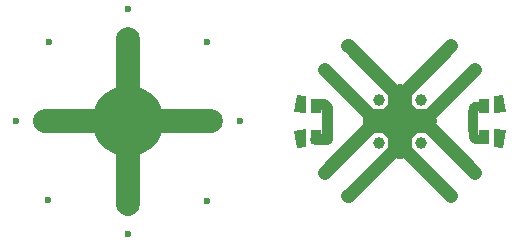
<source format=gbr>
G04 #@! TF.FileFunction,Copper,L1,Top,Signal*
%FSLAX46Y46*%
G04 Gerber Fmt 4.6, Leading zero omitted, Abs format (unit mm)*
G04 Created by KiCad (PCBNEW 4.0.5+dfsg1-4) date Mon Mar 11 19:24:06 2019*
%MOMM*%
%LPD*%
G01*
G04 APERTURE LIST*
%ADD10C,0.100000*%
%ADD11C,1.000000*%
%ADD12O,0.800000X2.600000*%
%ADD13C,0.900000*%
%ADD14C,2.000000*%
%ADD15R,0.900000X1.300000*%
%ADD16C,6.000000*%
%ADD17C,0.600000*%
%ADD18C,0.800000*%
%ADD19C,0.900000*%
%ADD20C,1.200000*%
%ADD21C,2.000000*%
%ADD22C,1.000000*%
G04 APERTURE END LIST*
D10*
D11*
X55370711Y-21649390D03*
X57350610Y-23629289D03*
X54858058Y-26157196D03*
X52842804Y-24141942D03*
X52800000Y-29800000D03*
X49200000Y-29800000D03*
X49200000Y-26200000D03*
X52800000Y-26200000D03*
D12*
X57200000Y-28000000D03*
X44800000Y-28000000D03*
D10*
G36*
X51000000Y-25525126D02*
X53474874Y-28000000D01*
X51000000Y-30474874D01*
X48525126Y-28000000D01*
X51000000Y-25525126D01*
X51000000Y-25525126D01*
G37*
G36*
X59994467Y-27221228D02*
X58949301Y-27321866D01*
X58954842Y-25814395D01*
X59701389Y-25742511D01*
X59994467Y-27221228D01*
X59994467Y-27221228D01*
G37*
D13*
X59400000Y-26525000D03*
D14*
X21000000Y-28000000D03*
X28000000Y-21000000D03*
X28000000Y-35000000D03*
X35000000Y-28000000D03*
D10*
G36*
X58949301Y-28653134D02*
X59994467Y-28753772D01*
X59701389Y-30232489D01*
X58954842Y-30160605D01*
X58949301Y-28653134D01*
X58949301Y-28653134D01*
G37*
D13*
X59400000Y-29450000D03*
D10*
G36*
X42005533Y-28778772D02*
X43050699Y-28678134D01*
X43045158Y-30185605D01*
X42298611Y-30257489D01*
X42005533Y-28778772D01*
X42005533Y-28778772D01*
G37*
D13*
X42600000Y-29475000D03*
D10*
G36*
X43050699Y-27321866D02*
X42005533Y-27221228D01*
X42298611Y-25742511D01*
X43045158Y-25814395D01*
X43050699Y-27321866D01*
X43050699Y-27321866D01*
G37*
D13*
X42600000Y-26525000D03*
D15*
X58100000Y-26650000D03*
D13*
X58100000Y-26650000D03*
D15*
X58100000Y-29350000D03*
D13*
X58100000Y-29350000D03*
D15*
X43900000Y-26650000D03*
D13*
X43900000Y-26650000D03*
D15*
X43900000Y-29350000D03*
D13*
X43900000Y-29350000D03*
D11*
X44649390Y-23629289D03*
X46629289Y-21649390D03*
X49157196Y-24141942D03*
X47141942Y-26157196D03*
X57350610Y-32370711D03*
X55370711Y-34350610D03*
X52842804Y-31858058D03*
X54858058Y-29842804D03*
X46629289Y-34350610D03*
X44649390Y-32370711D03*
X47141942Y-29842804D03*
X49157196Y-31858058D03*
D16*
X28000000Y-28000000D03*
D17*
X34700000Y-34700000D03*
X21300000Y-21300000D03*
X28000000Y-37500000D03*
X21200000Y-34650000D03*
X34700000Y-21300000D03*
X18500000Y-28000000D03*
X37500000Y-28000000D03*
X28000000Y-18500000D03*
D18*
X57200000Y-28000000D02*
X57200000Y-29350000D01*
X57350000Y-29500000D02*
X57950000Y-29500000D01*
X57200000Y-29350000D02*
X57350000Y-29500000D01*
X57950000Y-29500000D02*
X58100000Y-29350000D01*
X57200000Y-28000000D02*
X57200000Y-26800000D01*
X57200000Y-26800000D02*
X57350000Y-26650000D01*
X57350000Y-26650000D02*
X58100000Y-26650000D01*
D19*
X43850000Y-29450000D02*
X44800000Y-29450000D01*
X44800000Y-29450000D02*
X44800000Y-28000000D01*
X43875000Y-26550000D02*
X44600000Y-26550000D01*
X44800000Y-26750000D02*
X44800000Y-28000000D01*
X44600000Y-26550000D02*
X44800000Y-26750000D01*
D20*
X44649390Y-32370711D02*
X44649390Y-32335356D01*
X44649390Y-32335356D02*
X48984746Y-28000000D01*
X48984746Y-28000000D02*
X51000000Y-28000000D01*
X44649390Y-23629289D02*
X44649390Y-23664644D01*
X44649390Y-23664644D02*
X48984746Y-28000000D01*
X48984746Y-28000000D02*
X51000000Y-28000000D01*
X46629289Y-34350610D02*
X46664644Y-34350610D01*
X46664644Y-34350610D02*
X51000000Y-30015254D01*
X51000000Y-30015254D02*
X51000000Y-28000000D01*
X55370711Y-34350610D02*
X55335356Y-34350610D01*
X55335356Y-34350610D02*
X51000000Y-30015254D01*
X51000000Y-30015254D02*
X51000000Y-28000000D01*
X57350610Y-32370711D02*
X57350610Y-32335356D01*
X57350610Y-32335356D02*
X53015254Y-28000000D01*
X53015254Y-28000000D02*
X51000000Y-28000000D01*
X57350610Y-23629289D02*
X57350610Y-23664644D01*
X57350610Y-23664644D02*
X53015254Y-28000000D01*
X53015254Y-28000000D02*
X51000000Y-28000000D01*
X46629289Y-21649390D02*
X46664644Y-21649390D01*
X46664644Y-21649390D02*
X51000000Y-25984746D01*
X51000000Y-25984746D02*
X51000000Y-28000000D01*
X55370711Y-21649390D02*
X55335356Y-21649390D01*
X55335356Y-21649390D02*
X51000000Y-25984746D01*
X51000000Y-25984746D02*
X51000000Y-28000000D01*
D21*
X51000000Y-28000000D02*
X51000000Y-30121320D01*
X51000000Y-28000000D02*
X48878680Y-28000000D01*
X51000000Y-28000000D02*
X53121320Y-28000000D01*
X51000000Y-28000000D02*
X51000000Y-25878680D01*
D22*
X53100000Y-28000000D02*
X53121320Y-28000000D01*
X51000000Y-28000000D02*
X53100000Y-28000000D01*
D21*
X28000000Y-28000000D02*
X28000000Y-35000000D01*
X28000000Y-28000000D02*
X21000000Y-28000000D01*
X28000000Y-28000000D02*
X28000000Y-21000000D01*
X28000000Y-28000000D02*
X35000000Y-28000000D01*
M02*

</source>
